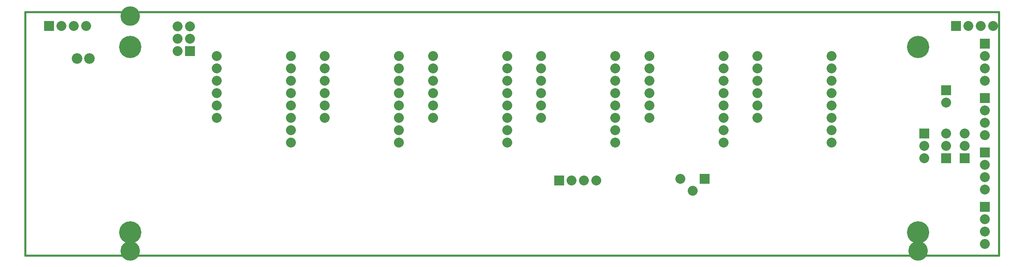
<source format=gts>
G04 (created by PCBNEW-RS274X (2012-01-19 BZR 3256)-stable) date 12/4/2012 8:12:11 AM*
G01*
G70*
G90*
%MOIN*%
G04 Gerber Fmt 3.4, Leading zero omitted, Abs format*
%FSLAX34Y34*%
G04 APERTURE LIST*
%ADD10C,0.006000*%
%ADD11C,0.015000*%
%ADD12R,0.080000X0.080000*%
%ADD13C,0.080000*%
%ADD14C,0.157600*%
%ADD15C,0.180000*%
%ADD16C,0.086000*%
G04 APERTURE END LIST*
G54D10*
G54D11*
X14029Y-39370D02*
X92769Y-39370D01*
X14030Y-19685D02*
X14030Y-39370D01*
X92770Y-19685D02*
X14030Y-19685D01*
X92770Y-39370D02*
X92770Y-19685D01*
G54D12*
X91650Y-26650D03*
G54D13*
X91650Y-27650D03*
X91650Y-28650D03*
X91650Y-29650D03*
G54D12*
X91650Y-35450D03*
G54D13*
X91650Y-36450D03*
X91650Y-37450D03*
X91650Y-38450D03*
G54D12*
X91650Y-31050D03*
G54D13*
X91650Y-32050D03*
X91650Y-33050D03*
X91650Y-34050D03*
G54D12*
X91650Y-22250D03*
G54D13*
X91650Y-23250D03*
X91650Y-24250D03*
X91650Y-25250D03*
G54D12*
X89300Y-20800D03*
G54D13*
X90300Y-20800D03*
X91300Y-20800D03*
X92300Y-20800D03*
G54D12*
X15950Y-20800D03*
G54D13*
X16950Y-20800D03*
X17950Y-20800D03*
X18950Y-20800D03*
G54D12*
X27350Y-22850D03*
G54D13*
X26350Y-22850D03*
X27350Y-21850D03*
X26350Y-21850D03*
X27350Y-20850D03*
X26350Y-20850D03*
G54D14*
X22500Y-39000D03*
X86250Y-39000D03*
X22500Y-20000D03*
G54D12*
X68984Y-33159D03*
G54D13*
X67016Y-33159D03*
X68000Y-34144D03*
G54D12*
X90000Y-31500D03*
G54D13*
X90000Y-30500D03*
X90000Y-29500D03*
G54D12*
X88500Y-31500D03*
G54D13*
X88500Y-30500D03*
X88500Y-29500D03*
G54D12*
X86750Y-29500D03*
G54D13*
X86750Y-30500D03*
X86750Y-31500D03*
G54D15*
X86250Y-37500D03*
X22500Y-37500D03*
X86250Y-22500D03*
X22500Y-22500D03*
G54D12*
X88500Y-26000D03*
G54D13*
X88500Y-27000D03*
X47000Y-23250D03*
X47000Y-24250D03*
X47000Y-25250D03*
X47000Y-26250D03*
X47000Y-27250D03*
X47000Y-28250D03*
X53000Y-30250D03*
X53000Y-29250D03*
X53000Y-28250D03*
X53000Y-27250D03*
X53000Y-26250D03*
X53000Y-25250D03*
X53000Y-24250D03*
X53000Y-23250D03*
X55750Y-23250D03*
X55750Y-24250D03*
X55750Y-25250D03*
X55750Y-26250D03*
X55750Y-27250D03*
X55750Y-28250D03*
X61750Y-30250D03*
X61750Y-29250D03*
X61750Y-28250D03*
X61750Y-27250D03*
X61750Y-26250D03*
X61750Y-25250D03*
X61750Y-24250D03*
X61750Y-23250D03*
X38250Y-23250D03*
X38250Y-24250D03*
X38250Y-25250D03*
X38250Y-26250D03*
X38250Y-27250D03*
X38250Y-28250D03*
X44250Y-30250D03*
X44250Y-29250D03*
X44250Y-28250D03*
X44250Y-27250D03*
X44250Y-26250D03*
X44250Y-25250D03*
X44250Y-24250D03*
X44250Y-23250D03*
X64500Y-23250D03*
X64500Y-24250D03*
X64500Y-25250D03*
X64500Y-26250D03*
X64500Y-27250D03*
X64500Y-28250D03*
X70500Y-30250D03*
X70500Y-29250D03*
X70500Y-28250D03*
X70500Y-27250D03*
X70500Y-26250D03*
X70500Y-25250D03*
X70500Y-24250D03*
X70500Y-23250D03*
X73250Y-23250D03*
X73250Y-24250D03*
X73250Y-25250D03*
X73250Y-26250D03*
X73250Y-27250D03*
X73250Y-28250D03*
X79250Y-30250D03*
X79250Y-29250D03*
X79250Y-28250D03*
X79250Y-27250D03*
X79250Y-26250D03*
X79250Y-25250D03*
X79250Y-24250D03*
X79250Y-23250D03*
X29500Y-23250D03*
X29500Y-24250D03*
X29500Y-25250D03*
X29500Y-26250D03*
X29500Y-27250D03*
X29500Y-28250D03*
X35500Y-30250D03*
X35500Y-29250D03*
X35500Y-28250D03*
X35500Y-27250D03*
X35500Y-26250D03*
X35500Y-25250D03*
X35500Y-24250D03*
X35500Y-23250D03*
G54D16*
X18200Y-23450D03*
X19200Y-23450D03*
G54D12*
X57200Y-33300D03*
G54D13*
X58200Y-33300D03*
X59200Y-33300D03*
X60200Y-33300D03*
M02*

</source>
